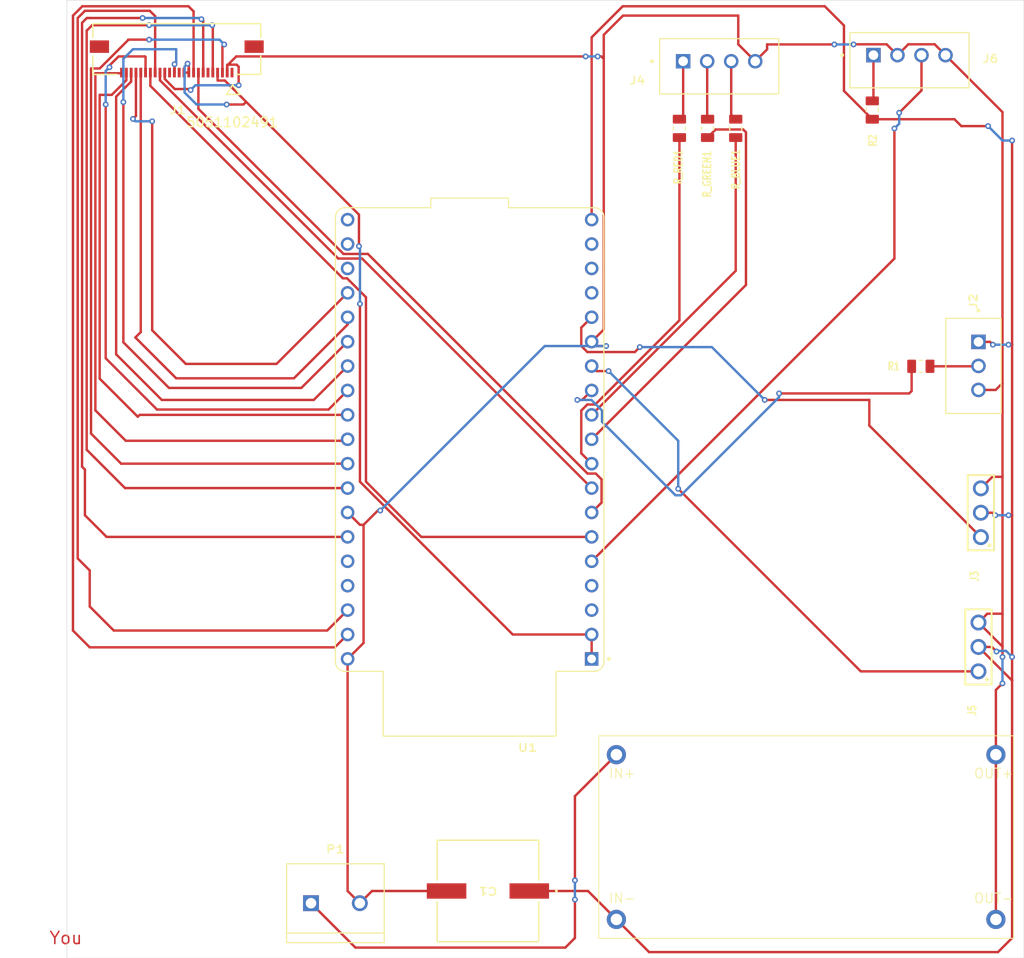
<source format=kicad_pcb>
(kicad_pcb (version 20241229) (generator "pcbnew") (generator_version "9.0")
  (layers (0 "F.Cu" signal) (2 "B.Cu" signal) (13 "F.Paste" user) (15 "B.Paste" user) (5 "F.SilkS" user "F.Silkscreen") (7 "B.SilkS" user "B.Silkscreen") (1 "F.Mask" user) (3 "B.Mask" user) (25 "Edge.Cuts" user))
  (net 0 "")
  (net 1 "+5V")
  (net 2 "GND")
  (net 3 "GPIO21")
  (net 4 "GPIO16")
  (net 6 "+3V3")
  (net 7 "GPIO33")
  (net 8 "GPIO0")
  (net 9 "GPIO15")
  (net 10 "GPIO35")
  (net 11 "GPIO18")
  (net 12 "GPIO23")
  (net 13 "GPIO32")
  (net 16 "GPIO22")
  (net 17 "GPIO4")
  (net 18 "GPIO17")
  (net 20 "GPIO19")
  (net 21 "GPIO2")
  (net 23 "GPIO5")
  (net 25 "Net-(J2-Pad2)")
  (net 26 "ESP32_GPIO_13")
  (net 27 "Net-(J4-Pad3)")
  (net 28 "Net-(J4-Pad2)")
  (net 29 "Net-(J4-Pad1)")
  (net 30 "ESP32_GPIO_12")
  (net 31 "IO34")
  (net 32 "Net-(J6-Pad1)")
  (net 33 "VIN")
  (net 34 "IO14")
  (net 35 "R_BLUE")
  (net 36 "R_GREEN")
  (net 37 "R_RED")
  (footprint "library:LightningResistor" (layer "F.Cu") (at 113 63.5)
    (property "Reference" "R1" (at -2.82 0 0) (layer "F.SilkS") (effects (font (size 0.8 0.64))))
    (property "Value" "470")
    (pad "1" smd roundrect (at -0.955 0) (size 0.92 1.38) (layers "F.Cu" "F.Mask" "F.Paste") (roundrect_rratio 0.125) (net 34 "IO14"))
    (pad "2" smd roundrect (at 0.955 0) (size 0.92 1.38) (layers "F.Cu" "F.Mask" "F.Paste") (roundrect_rratio 0.125) (net 25 "Net-(J2-Pad2)"))
  )
  (footprint "library:IndicatorResistor" (layer "F.Cu") (at 93.735 38.735 90)
    (property "Reference" "R_BLUE1" (at -4.265 0.015 90) (layer "F.SilkS") (effects (font (size 0.8 0.64))))
    (property "Value" "220")
    (pad "1" smd roundrect (at -0.955 0 90) (size 0.92 1.38) (layers "F.Cu" "F.Mask" "F.Paste") (roundrect_rratio 0.125) (net 35 "R_BLUE"))
    (pad "2" smd roundrect (at 0.955 0 90) (size 0.92 1.38) (layers "F.Cu" "F.Mask" "F.Paste") (roundrect_rratio 0.125) (net 27 "Net-(J4-Pad3)"))
  )
  (footprint "library:ServoConnector" (layer "F.Cu") (at 119 92.71 90)
    (property "Reference" "J5" (at -6.6096 -0.6625 90) (layer "F.SilkS") (effects (font (size 0.8 0.64))))
    (property "Value" "J_SERVO2")
    (pad "1" thru_hole circle (at -2.54 0 90) (size 1.65 1.65) (drill 1.1) (layers "*.Cu" "*.Mask") (net 30 "ESP32_GPIO_12"))
    (pad "2" thru_hole circle (at 0 0 90) (size 1.65 1.65) (drill 1.1) (layers "*.Cu" "*.Mask") (net 1 "+5V"))
    (pad "3" thru_hole circle (at 2.54 0 90) (size 1.65 1.65) (drill 1.1) (layers "*.Cu" "*.Mask") (net 2 "GND"))
  )
  (footprint "library:CameraConnector" (layer "F.Cu") (at 35.56 30.48 180)
    (property "Reference" "J1" (at -0.1016 -6.35 0) (layer "F.SilkS") (effects (font (size 0.8 1))))
    (property "Value" "CON_5051102491_MOL")
    (fp_text user "5051102491" (at -5.7658 -7.62 0) (layer "F.SilkS"))
    (pad "1" smd rect (at -5.75 -2.45 180) (size 0.3 1) (layers "F.Cu" "F.Mask" "F.Paste"))
    (pad "2" smd rect (at -5.25 -2.45 180) (size 0.3 1) (layers "F.Cu" "F.Mask" "F.Paste") (net 2 "GND"))
    (pad "3" smd rect (at -4.75 -2.45 180) (size 0.3 1) (layers "F.Cu" "F.Mask" "F.Paste") (net 11 "GPIO18"))
    (pad "4" smd rect (at -4.25 -2.45 180) (size 0.3 1) (layers "F.Cu" "F.Mask" "F.Paste") (net 6 "+3V3"))
    (pad "5" smd rect (at -3.75 -2.45 180) (size 0.3 1) (layers "F.Cu" "F.Mask" "F.Paste") (net 20 "GPIO19"))
    (pad "6" smd rect (at -3.25 -2.45 180) (size 0.3 1) (layers "F.Cu" "F.Mask" "F.Paste"))
    (pad "7" smd rect (at -2.75 -2.45 180) (size 0.3 1) (layers "F.Cu" "F.Mask" "F.Paste") (net 3 "GPIO21"))
    (pad "8" smd rect (at -2.25 -2.45 180) (size 0.3 1) (layers "F.Cu" "F.Mask" "F.Paste") (net 13 "GPIO32"))
    (pad "9" smd rect (at -1.75 -2.45 180) (size 0.3 1) (layers "F.Cu" "F.Mask" "F.Paste") (net 12 "GPIO23"))
    (pad "10" smd rect (at -1.25 -2.45 180) (size 0.3 1) (layers "F.Cu" "F.Mask" "F.Paste") (net 6 "+3V3"))
    (pad "11" smd rect (at -0.75 -2.45 180) (size 0.3 1) (layers "F.Cu" "F.Mask" "F.Paste") (net 6 "+3V3"))
    (pad "12" smd rect (at -0.250003 -2.45 180) (size 0.3 1) (layers "F.Cu" "F.Mask" "F.Paste"))
    (pad "13" smd rect (at 0.25 -2.45 180) (size 0.3 1) (layers "F.Cu" "F.Mask" "F.Paste") (net 8 "GPIO0"))
    (pad "14" smd rect (at 0.75 -2.45 180) (size 0.3 1) (layers "F.Cu" "F.Mask" "F.Paste"))
    (pad "15" smd rect (at 1.25 -2.45 180) (size 0.3 1) (layers "F.Cu" "F.Mask" "F.Paste") (net 2 "GND"))
    (pad "16" smd rect (at 1.75 -2.45 180) (size 0.3 1) (layers "F.Cu" "F.Mask" "F.Paste") (net 7 "GPIO33"))
    (pad "17" smd rect (at 2.25 -2.45 180) (size 0.3 1) (layers "F.Cu" "F.Mask" "F.Paste") (net 16 "GPIO22"))
    (pad "18" smd rect (at 2.75 -2.45 180) (size 0.3 1) (layers "F.Cu" "F.Mask" "F.Paste") (net 10 "GPIO35"))
    (pad "19" smd rect (at 3.25 -2.45 180) (size 0.3 1) (layers "F.Cu" "F.Mask" "F.Paste") (net 4 "GPIO16"))
    (pad "20" smd rect (at 3.75 -2.45 180) (size 0.3 1) (layers "F.Cu" "F.Mask" "F.Paste") (net 21 "GPIO2"))
    (pad "21" smd rect (at 4.25 -2.45 180) (size 0.3 1) (layers "F.Cu" "F.Mask" "F.Paste") (net 9 "GPIO15"))
    (pad "22" smd rect (at 4.75 -2.45 180) (size 0.3 1) (layers "F.Cu" "F.Mask" "F.Paste") (net 17 "GPIO4"))
    (pad "23" smd rect (at 5.25 -2.45 180) (size 0.3 1) (layers "F.Cu" "F.Mask" "F.Paste") (net 18 "GPIO17"))
    (pad "24" smd rect (at 5.75 -2.45 180) (size 0.3 1) (layers "F.Cu" "F.Mask" "F.Paste") (net 23 "GPIO5"))
    (pad "P1" smd rect (at -8.04999 0.25 180) (size 2 1.3) (layers "F.Cu" "F.Mask" "F.Paste"))
    (pad "P2" smd rect (at 8.04999 0.25 180) (size 2 1.3) (layers "F.Cu" "F.Mask" "F.Paste"))
  )
  (footprint "library:1000UFCapacitor" (layer "F.Cu") (at 67.945 118.11 180)
    (property "Reference" "C1" (at 0 0 180) (layer "F.SilkS") (effects (font (size 0.8 1))))
    (property "Value" "1000µF")
    (pad "1" smd rect (at -4.3053 0 180) (size 4.1148 1.6002) (layers "F.Cu" "F.Mask" "F.Paste") (net 1 "+5V"))
    (pad "2" smd rect (at 4.3053 0 180) (size 4.1148 1.6002) (layers "F.Cu" "F.Mask" "F.Paste") (net 2 "GND"))
  )
  (footprint "library:ESP32" (layer "F.Cu") (at 66.04 71.12 180)
    (property "Reference" "U1" (at -6.0325 -32.0675 0) (layer "F.SilkS") (effects (font (size 0.8 1))))
    (property "Value" "ESP32-DEVKITC-32E")
    (pad "J2_1" thru_hole rect (at -12.7 -22.835 180) (size 1.408 1.408) (drill 0.9) (layers "*.Cu" "*.Mask") (net 6 "+3V3"))
    (pad "J2_2" thru_hole circle (at -12.7 -20.295 180) (size 1.408 1.408) (drill 0.9) (layers "*.Cu" "*.Mask") (net 6 "+3V3"))
    (pad "J2_3" thru_hole circle (at -12.7 -17.755 180) (size 1.408 1.408) (drill 0.9) (layers "*.Cu" "*.Mask"))
    (pad "J2_4" thru_hole circle (at -12.7 -15.215 180) (size 1.408 1.408) (drill 0.9) (layers "*.Cu" "*.Mask"))
    (pad "J2_5" thru_hole circle (at -12.7 -12.675 180) (size 1.408 1.408) (drill 0.9) (layers "*.Cu" "*.Mask") (net 31 "IO34"))
    (pad "J2_6" thru_hole circle (at -12.7 -10.135 180) (size 1.408 1.408) (drill 0.9) (layers "*.Cu" "*.Mask") (net 10 "GPIO35"))
    (pad "J2_7" thru_hole circle (at -12.7 -7.595 180) (size 1.408 1.408) (drill 0.9) (layers "*.Cu" "*.Mask") (net 13 "GPIO32"))
    (pad "J2_8" thru_hole circle (at -12.7 -5.055 180) (size 1.408 1.408) (drill 0.9) (layers "*.Cu" "*.Mask") (net 7 "GPIO33"))
    (pad "J2_9" thru_hole circle (at -12.7 -2.515 180) (size 1.408 1.408) (drill 0.9) (layers "*.Cu" "*.Mask") (net 37 "R_RED"))
    (pad "J2_10" thru_hole circle (at -12.7 0.025 180) (size 1.408 1.408) (drill 0.9) (layers "*.Cu" "*.Mask") (net 36 "R_GREEN"))
    (pad "J2_11" thru_hole circle (at -12.7 2.565 180) (size 1.408 1.408) (drill 0.9) (layers "*.Cu" "*.Mask") (net 35 "R_BLUE"))
    (pad "J2_12" thru_hole circle (at -12.7 5.105 180) (size 1.408 1.408) (drill 0.9) (layers "*.Cu" "*.Mask") (net 34 "IO14"))
    (pad "J2_13" thru_hole circle (at -12.7 7.645 180) (size 1.408 1.408) (drill 0.9) (layers "*.Cu" "*.Mask") (net 30 "ESP32_GPIO_12"))
    (pad "J2_14" thru_hole circle (at -12.7 10.185 180) (size 1.408 1.408) (drill 0.9) (layers "*.Cu" "*.Mask") (net 2 "GND"))
    (pad "J2_15" thru_hole circle (at -12.7 12.725 180) (size 1.408 1.408) (drill 0.9) (layers "*.Cu" "*.Mask") (net 26 "ESP32_GPIO_13"))
    (pad "J2_16" thru_hole circle (at -12.7 15.265 180) (size 1.408 1.408) (drill 0.9) (layers "*.Cu" "*.Mask"))
    (pad "J2_17" thru_hole circle (at -12.7 17.805 180) (size 1.408 1.408) (drill 0.9) (layers "*.Cu" "*.Mask"))
    (pad "J2_18" thru_hole circle (at -12.7 20.345 180) (size 1.408 1.408) (drill 0.9) (layers "*.Cu" "*.Mask"))
    (pad "J2_19" thru_hole circle (at -12.7 22.885 180) (size 1.408 1.408) (drill 0.9) (layers "*.Cu" "*.Mask") (net 1 "+5V"))
    (pad "J3_1" thru_hole circle (at 12.7 -22.835 180) (size 1.408 1.408) (drill 0.9) (layers "*.Cu" "*.Mask") (net 2 "GND"))
    (pad "J3_2" thru_hole circle (at 12.7 -20.295 180) (size 1.408 1.408) (drill 0.9) (layers "*.Cu" "*.Mask") (net 12 "GPIO23"))
    (pad "J3_3" thru_hole circle (at 12.7 -17.755 180) (size 1.408 1.408) (drill 0.9) (layers "*.Cu" "*.Mask") (net 16 "GPIO22"))
    (pad "J3_4" thru_hole circle (at 12.7 -15.215 180) (size 1.408 1.408) (drill 0.9) (layers "*.Cu" "*.Mask"))
    (pad "J3_5" thru_hole circle (at 12.7 -12.675 180) (size 1.408 1.408) (drill 0.9) (layers "*.Cu" "*.Mask"))
    (pad "J3_6" thru_hole circle (at 12.7 -10.135 180) (size 1.408 1.408) (drill 0.9) (layers "*.Cu" "*.Mask") (net 3 "GPIO21"))
    (pad "J3_7" thru_hole circle (at 12.7 -7.595 180) (size 1.408 1.408) (drill 0.9) (layers "*.Cu" "*.Mask") (net 2 "GND"))
    (pad "J3_8" thru_hole circle (at 12.7 -5.055 180) (size 1.408 1.408) (drill 0.9) (layers "*.Cu" "*.Mask") (net 20 "GPIO19"))
    (pad "J3_9" thru_hole circle (at 12.7 -2.515 180) (size 1.408 1.408) (drill 0.9) (layers "*.Cu" "*.Mask") (net 11 "GPIO18"))
    (pad "J3_10" thru_hole circle (at 12.7 0.025 180) (size 1.408 1.408) (drill 0.9) (layers "*.Cu" "*.Mask") (net 23 "GPIO5"))
    (pad "J3_11" thru_hole circle (at 12.7 2.565 180) (size 1.408 1.408) (drill 0.9) (layers "*.Cu" "*.Mask") (net 18 "GPIO17"))
    (pad "J3_12" thru_hole circle (at 12.7 5.105 180) (size 1.408 1.408) (drill 0.9) (layers "*.Cu" "*.Mask") (net 4 "GPIO16"))
    (pad "J3_13" thru_hole circle (at 12.7 7.645 180) (size 1.408 1.408) (drill 0.9) (layers "*.Cu" "*.Mask") (net 17 "GPIO4"))
    (pad "J3_14" thru_hole circle (at 12.7 10.185 180) (size 1.408 1.408) (drill 0.9) (layers "*.Cu" "*.Mask") (net 8 "GPIO0"))
    (pad "J3_15" thru_hole circle (at 12.7 12.725 180) (size 1.408 1.408) (drill 0.9) (layers "*.Cu" "*.Mask") (net 21 "GPIO2"))
    (pad "J3_16" thru_hole circle (at 12.7 15.265 180) (size 1.408 1.408) (drill 0.9) (layers "*.Cu" "*.Mask") (net 9 "GPIO15"))
    (pad "J3_17" thru_hole circle (at 12.7 17.805 180) (size 1.408 1.408) (drill 0.9) (layers "*.Cu" "*.Mask"))
    (pad "J3_18" thru_hole circle (at 12.7 20.345 180) (size 1.408 1.408) (drill 0.9) (layers "*.Cu" "*.Mask"))
    (pad "J3_19" thru_hole circle (at 12.7 22.885 180) (size 1.408 1.408) (drill 0.9) (layers "*.Cu" "*.Mask"))
  )
  (footprint "library:IndicatorResistor" (layer "F.Cu") (at 87.875 38.735 90)
    (property "Reference" "R_RED1" (at -4.015 -0.125 90) (layer "F.SilkS") (effects (font (size 0.8 0.64))))
    (property "Value" "220")
    (pad "1" smd roundrect (at -0.955 0 90) (size 0.92 1.38) (layers "F.Cu" "F.Mask" "F.Paste") (roundrect_rratio 0.125) (net 37 "R_RED"))
    (pad "2" smd roundrect (at 0.955 0 90) (size 0.92 1.38) (layers "F.Cu" "F.Mask" "F.Paste") (roundrect_rratio 0.125) (net 29 "Net-(J4-Pad1)"))
  )
  (footprint "library:LightningConnector" (layer "F.Cu") (at 118.475 63.46 90)
    (property "Reference" "J2" (at 6.71 -0.01 90) (layer "F.SilkS") (effects (font (size 0.8 0.944882))))
    (property "Value" "Lightning Connector")
    (pad "1" thru_hole rect (at 2.5 0.525 90) (size 1.508 1.508) (drill 1) (layers "*.Cu" "*.Mask") (net 1 "+5V"))
    (pad "2" thru_hole circle (at 0 0.525 90) (size 1.508 1.508) (drill 1) (layers "*.Cu" "*.Mask") (net 25 "Net-(J2-Pad2)"))
    (pad "3" thru_hole circle (at -2.5 0.525 90) (size 1.508 1.508) (drill 1) (layers "*.Cu" "*.Mask") (net 2 "GND"))
  )
  (footprint "library:ServoConnector" (layer "F.Cu") (at 119.25 78.74 90)
    (property "Reference" "J3" (at -6.6096 -0.6625 90) (layer "F.SilkS") (effects (font (size 0.8 0.64))))
    (property "Value" "J_SERVO1")
    (pad "1" thru_hole circle (at -2.54 0 90) (size 1.65 1.65) (drill 1.1) (layers "*.Cu" "*.Mask") (net 26 "ESP32_GPIO_13"))
    (pad "2" thru_hole circle (at 0 0 90) (size 1.65 1.65) (drill 1.1) (layers "*.Cu" "*.Mask") (net 1 "+5V"))
    (pad "3" thru_hole circle (at 2.54 0 90) (size 1.65 1.65) (drill 1.1) (layers "*.Cu" "*.Mask") (net 2 "GND"))
  )
  (footprint "library:IndicatorResistor" (layer "F.Cu") (at 107.95 36.83 90)
    (property "Reference" "R2" (at -3.17 0.05 90) (layer "F.SilkS") (effects (font (size 0.8 0.64))))
    (property "Value" "220")
    (pad "1" smd roundrect (at -0.955 0 90) (size 0.92 1.38) (layers "F.Cu" "F.Mask" "F.Paste") (roundrect_rratio 0.125) (net 1 "+5V"))
    (pad "2" smd roundrect (at 0.955 0 90) (size 0.92 1.38) (layers "F.Cu" "F.Mask" "F.Paste") (roundrect_rratio 0.125) (net 32 "Net-(J6-Pad1)"))
  )
  (footprint "library:SensorIndicatorConnector" (layer "F.Cu") (at 92.015 32.275 180)
    (property "Reference" "J4" (at 8.515 -1.475 0) (layer "F.SilkS") (effects (font (size 0.8 0.944882))))
    (property "Value" "Indicator Connector")
    (pad "1" thru_hole rect (at 3.75 0.525 180) (size 1.508 1.508) (drill 1) (layers "*.Cu" "*.Mask") (net 29 "Net-(J4-Pad1)"))
    (pad "2" thru_hole circle (at 1.25 0.525 180) (size 1.508 1.508) (drill 1) (layers "*.Cu" "*.Mask") (net 28 "Net-(J4-Pad2)"))
    (pad "3" thru_hole circle (at -1.25 0.525 180) (size 1.508 1.508) (drill 1) (layers "*.Cu" "*.Mask") (net 27 "Net-(J4-Pad3)"))
    (pad "4" thru_hole circle (at -3.75 0.525 180) (size 1.508 1.508) (drill 1) (layers "*.Cu" "*.Mask") (net 2 "GND"))
  )
  (footprint "library:IndicatorResistor" (layer "F.Cu") (at 90.805 38.735 90)
    (property "Reference" "R_GREEN1" (at -4.765 -0.055 90) (layer "F.SilkS") (effects (font (size 0.8 0.64))))
    (property "Value" "220")
    (pad "1" smd roundrect (at -0.955 0 90) (size 0.92 1.38) (layers "F.Cu" "F.Mask" "F.Paste") (roundrect_rratio 0.125) (net 36 "R_GREEN"))
    (pad "2" smd roundrect (at 0.955 0 90) (size 0.92 1.38) (layers "F.Cu" "F.Mask" "F.Paste") (roundrect_rratio 0.125) (net 28 "Net-(J4-Pad2)"))
  )
  (footprint "library:PowerConnector" (layer "F.Cu") (at 52.07 119.38)
    (property "Reference" "P1" (at 0 -5.614945 0) (layer "F.SilkS") (effects (font (size 0.8 1.002039))))
    (property "Value" "282837-2")
    (pad "1" thru_hole rect (at -2.54 0) (size 1.65 1.65) (drill 1.1) (layers "*.Cu" "*.Mask") (net 33 "VIN"))
    (pad "2" thru_hole circle (at 2.54 0) (size 1.65 1.65) (drill 1.1) (layers "*.Cu" "*.Mask") (net 2 "GND"))
  )
  (footprint "library:SensorIndicatorConnector" (layer "F.Cu") (at 111.82 31.64 180)
    (property "Reference" "J6" (at -8.43 0.14 0) (layer "F.SilkS") (effects (font (size 0.8 0.944882))))
    (property "Value" "Sensor Connector")
    (pad "1" thru_hole rect (at 3.75 0.525 180) (size 1.508 1.508) (drill 1) (layers "*.Cu" "*.Mask") (net 32 "Net-(J6-Pad1)"))
    (pad "2" thru_hole circle (at 1.25 0.525 180) (size 1.508 1.508) (drill 1) (layers "*.Cu" "*.Mask") (net 2 "GND"))
    (pad "3" thru_hole circle (at -1.25 0.525 180) (size 1.508 1.508) (drill 1) (layers "*.Cu" "*.Mask") (net 31 "IO34"))
    (pad "4" thru_hole circle (at -3.75 0.525 180) (size 1.508 1.508) (drill 1) (layers "*.Cu" "*.Mask") (net 2 "GND"))
  )
  (footprint "My_Modules:LM2596_Module" (layer "F.Cu") (at 79.475 101.954)
    (property "Reference" "U2" (hide yes))
    (property "Value" "~" (hide yes))
    (fp_text user "IN+" (at 1 4.5 0) (layer "F.SilkS") (effects (font (thickness 0.1)) (justify left bottom)))
    (fp_text user "OUT-" (at 39 17.5 0) (layer "F.SilkS") (effects (font (thickness 0.1)) (justify left bottom)))
    (fp_text user "IN-" (at 1 17.5 0) (layer "F.SilkS") (effects (font (thickness 0.1)) (justify left bottom)))
    (fp_text user "OUT+" (at 39 4.5 0) (layer "F.SilkS") (effects (font (thickness 0.1)) (justify left bottom)))
    (pad "" np_thru_hole circle (at 6.604 2.54) (size 3 3) (drill 3) (layers "*.Cu" "*.Mask"))
    (pad "" np_thru_hole circle (at 36.576 18.542) (size 3 3) (drill 3) (layers "*.Cu" "*.Mask"))
    (pad "1" thru_hole circle (at 1.8415 1.9685) (size 2 2) (drill 1.2) (layers "*.Cu" "*.Mask") (net 33 "VIN"))
    (pad "2" thru_hole circle (at 41.3385 1.9685) (size 2 2) (drill 1.2) (layers "*.Cu" "*.Mask") (net 2 "GND"))
    (pad "3" thru_hole circle (at 1.8415 19.1135) (size 2 2) (drill 1.2) (layers "*.Cu" "*.Mask") (net 1 "+5V"))
    (pad "4" thru_hole circle (at 41.3385 19.1135) (size 2 2) (drill 1.2) (layers "*.Cu" "*.Mask") (net 2 "GND"))
  )
  (gr_rect (start 24.13 25.4) (end 123.73 125.095) (stroke (width 0.05)) (fill no) (layer "Edge.Cuts"))
  (gr_text "You " (at 24.5 123 0) (layer "F.Cu") (effects (font (size 1.27 1.27))))
  (segment (start 122.125 61.25) (end 122.5 61.25) (width 0.25) (layer "F.Cu") (net 1))
  (segment (start 122.5 96.21) (end 122.5 93.75) (width 0.25) (layer "F.Cu") (net 1))
  (segment (start 105 28.026) (end 105 34.835) (width 0.25) (layer "F.Cu") (net 1))
  (segment (start 122.5 123) (end 122.5 96.21) (width 0.25) (layer "F.Cu") (net 1))
  (segment (start 116.5 37.785) (end 107.95 37.785) (width 0.25) (layer "F.Cu") (net 1))
  (segment (start 122.5 96.21) (end 119 92.71) (width 0.25) (layer "F.Cu") (net 1))
  (segment (start 122.5 61.25) (end 122.5 40) (width 0.25) (layer "F.Cu") (net 1))
  (segment (start 78.74 48.235) (end 78.74 29.26) (width 0.25) (layer "F.Cu") (net 1))
  (segment (start 122.5 93.75) (end 122.5 79) (width 0.25) (layer "F.Cu") (net 1))
  (segment (start 119 60.96) (end 120.21 60.96) (width 0.25) (layer "F.Cu") (net 1))
  (segment (start 121.031 124.469) (end 122.5 123) (width 0.25) (layer "F.Cu") (net 1))
  (segment (start 122.5 79) (end 122.5 61.25) (width 0.25) (layer "F.Cu") (net 1))
  (segment (start 119.25 78.74) (end 120.49 78.74) (width 0.25) (layer "F.Cu") (net 1))
  (segment (start 81.3165 121.0675) (end 84.718 124.469) (width 0.25) (layer "F.Cu") (net 1))
  (segment (start 120.400687 92.71) (end 120.875 93.184313) (width 0.25) (layer "F.Cu") (net 1))
  (segment (start 120.49 78.74) (end 120.75 79) (width 0.25) (layer "F.Cu") (net 1))
  (segment (start 78.74 29.26) (end 81.974 26.026) (width 0.25) (layer "F.Cu") (net 1))
  (segment (start 117.215 38.5) (end 116.5 37.785) (width 0.25) (layer "F.Cu") (net 1))
  (segment (start 72.2503 118.11) (end 78.359 118.11) (width 0.25) (layer "F.Cu") (net 1))
  (segment (start 78.359 118.11) (end 81.3165 121.0675) (width 0.25) (layer "F.Cu") (net 1))
  (segment (start 119 92.71) (end 120.400687 92.71) (width 0.25) (layer "F.Cu") (net 1))
  (segment (start 122.125 79) (end 122.5 79) (width 0.25) (layer "F.Cu") (net 1))
  (segment (start 105 34.835) (end 107.95 37.785) (width 0.25) (layer "F.Cu") (net 1))
  (segment (start 81.974 26.026) (end 103 26.026) (width 0.25) (layer "F.Cu") (net 1))
  (segment (start 120.21 60.96) (end 120.5 61.25) (width 0.25) (layer "F.Cu") (net 1))
  (segment (start 103 26.026) (end 105 28.026) (width 0.25) (layer "F.Cu") (net 1))
  (segment (start 84.718 124.469) (end 121.031 124.469) (width 0.25) (layer "F.Cu") (net 1))
  (segment (start 120 38.5) (end 117.215 38.5) (width 0.25) (layer "F.Cu") (net 1))
  (via (at 122.125 79) (size 0.6) (drill 0.3) (layers "F.Cu" "B.Cu") (net 1))
  (via (at 122.5 93.75) (size 0.6) (drill 0.3) (layers "F.Cu" "B.Cu") (net 1))
  (via (at 120.875 93.184313) (size 0.6) (drill 0.3) (layers "F.Cu" "B.Cu") (net 1))
  (via (at 120.75 79) (size 0.6) (drill 0.3) (layers "F.Cu" "B.Cu") (net 1))
  (via (at 120 38.5) (size 0.6) (drill 0.3) (layers "F.Cu" "B.Cu") (net 1))
  (via (at 122.5 40) (size 0.6) (drill 0.3) (layers "F.Cu" "B.Cu") (net 1))
  (via (at 120.5 61.25) (size 0.6) (drill 0.3) (layers "F.Cu" "B.Cu") (net 1))
  (via (at 122.125 61.25) (size 0.6) (drill 0.3) (layers "F.Cu" "B.Cu") (net 1))
  (segment (start 121.5 40) (end 120 38.5) (width 0.25) (layer "B.Cu") (net 1))
  (segment (start 121.874 93.124) (end 122.5 93.75) (width 0.25) (layer "B.Cu") (net 1))
  (segment (start 120.75 79) (end 122.125 79) (width 0.25) (layer "B.Cu") (net 1))
  (segment (start 120.5 61.25) (end 122.125 61.25) (width 0.25) (layer "B.Cu") (net 1))
  (segment (start 120.875 93.184313) (end 120.935313 93.124) (width 0.25) (layer "B.Cu") (net 1))
  (segment (start 122.5 40) (end 121.5 40) (width 0.25) (layer "B.Cu") (net 1))
  (segment (start 120.935313 93.124) (end 121.874 93.124) (width 0.25) (layer "B.Cu") (net 1))
  (segment (start 120.8135 121.0675) (end 120.8135 103.9225) (width 0.25) (layer "F.Cu") (net 2))
  (segment (start 40.81 32.19) (end 41.75 31.25) (width 0.25) (layer "F.Cu") (net 2))
  (segment (start 95.765 31.75) (end 97 30.515) (width 0.25) (layer "F.Cu") (net 2))
  (segment (start 97 30.515) (end 97 30) (width 0.25) (layer "F.Cu") (net 2))
  (segment (start 121.5 37.045) (end 115.57 31.115) (width 0.25) (layer "F.Cu") (net 2))
  (segment (start 80 31.5) (end 80 29) (width 0.25) (layer "F.Cu") (net 2))
  (segment (start 121.5 92.67) (end 121.5 89.25) (width 0.25) (layer "F.Cu") (net 2))
  (segment (start 110.57 31.115) (end 109.44 29.985) (width 0.25) (layer "F.Cu") (net 2))
  (segment (start 119 65.96) (end 120.79 65.96) (width 0.25) (layer "F.Cu") (net 2))
  (segment (start 34.31 33.59419) (end 35.357905 34.642095) (width 0.25) (layer "F.Cu") (net 2))
  (segment (start 106.015 29.985) (end 106 30) (width 0.25) (layer "F.Cu") (net 2))
  (segment (start 119.25 76.2) (end 120.45 75) (width 0.25) (layer "F.Cu") (net 2))
  (segment (start 79.75 31.25) (end 80 31.5) (width 0.25) (layer "F.Cu") (net 2))
  (segment (start 54.625 80) (end 53.34 78.715) (width 0.25) (layer "F.Cu") (net 2))
  (segment (start 41.75 31.25) (end 78.115 31.25) (width 0.25) (layer "F.Cu") (net 2))
  (segment (start 80 29) (end 82 27) (width 0.25) (layer "F.Cu") (net 2))
  (segment (start 53.34 93.955) (end 53.34 118.11) (width 0.25) (layer "F.Cu") (net 2))
  (segment (start 109.44 29.985) (end 106.015 29.985) (width 0.25) (layer "F.Cu") (net 2))
  (segment (start 121.5 65.25) (end 121.5 37.045) (width 0.25) (layer "F.Cu") (net 2))
  (segment (start 79.365 31.25) (end 79.75 31.25) (width 0.25) (layer "F.Cu") (net 2))
  (segment (start 121.5 92.67) (end 119 90.17) (width 0.25) (layer "F.Cu") (net 2))
  (segment (start 78.74 60.935) (end 80 59.675) (width 0.25) (layer "F.Cu") (net 2))
  (segment (start 82 27) (end 94 27) (width 0.25) (layer "F.Cu") (net 2))
  (segment (start 80 59.675) (end 80 31.5) (width 0.25) (layer "F.Cu") (net 2))
  (segment (start 111.7 29.985) (end 114.44 29.985) (width 0.25) (layer "F.Cu") (net 2))
  (segment (start 97 30) (end 104 30) (width 0.25) (layer "F.Cu") (net 2))
  (segment (start 42 34.25) (end 42 32.318) (width 0.25) (layer "F.Cu") (net 2))
  (segment (start 34.31 32.93) (end 34.31 33.59419) (width 0.25) (layers "F.Cu" "F.Mask") (net 2))
  (segment (start 53.34 93.955) (end 55 92.295) (width 0.25) (layer "F.Cu") (net 2))
  (segment (start 121.5 89.25) (end 121.5 75) (width 0.25) (layer "F.Cu") (net 2))
  (segment (start 55 80) (end 56.489153 78.510847) (width 0.25) (layer "F.Cu") (net 2))
  (segment (start 121.5 93.75) (end 121.5 92.67) (width 0.25) (layer "F.Cu") (net 2))
  (segment (start 94 29.985) (end 95.765 31.75) (width 0.25) (layer "F.Cu") (net 2))
  (segment (start 55 80) (end 54.625 80) (width 0.25) (layer "F.Cu") (net 2))
  (segment (start 42 32.318) (end 41.786 32.104) (width 0.25) (layer "F.Cu") (net 2))
  (segment (start 79.195 61.39) (end 78.74 60.935) (width 0.25) (layer "F.Cu") (net 2))
  (segment (start 119.92 89.25) (end 121.5 89.25) (width 0.25) (layer "F.Cu") (net 2))
  (segment (start 114.44 29.985) (end 115.57 31.115) (width 0.25) (layer "F.Cu") (net 2))
  (segment (start 41.786 32.104) (end 40.834 32.104) (width 0.25) (layers "F.Cu" "F.Mask") (net 2))
  (segment (start 55 92.295) (end 55 80) (width 0.25) (layer "F.Cu") (net 2))
  (segment (start 110.57 31.115) (end 111.7 29.985) (width 0.25) (layer "F.Cu") (net 2))
  (segment (start 40.81 32.93) (end 40.81 32.19) (width 0.25) (layers "F.Cu" "F.Mask") (net 2))
  (segment (start 120.8135 103.9225) (end 120.8135 97.1865) (width 0.25) (layer "F.Cu") (net 2))
  (segment (start 119 90.17) (end 119.92 89.25) (width 0.25) (layer "F.Cu") (net 2))
  (segment (start 40.834 32.104) (end 40.81 32.128) (width 0.25) (layers "F.Cu" "F.Mask") (net 2))
  (segment (start 36.892095 34.642095) (end 37 34.75) (width 0.25) (layer "F.Cu") (net 2))
  (segment (start 120.45 75) (end 121.5 75) (width 0.25) (layer "F.Cu") (net 2))
  (segment (start 94 27) (end 94 29.985) (width 0.25) (layer "F.Cu") (net 2))
  (segment (start 54.61 119.38) (end 55.88 118.11) (width 0.25) (layer "F.Cu") (net 2))
  (segment (start 35.357905 34.642095) (end 36.892095 34.642095) (width 0.25) (layer "F.Cu") (net 2))
  (segment (start 55.88 118.11) (end 63.6397 118.11) (width 0.25) (layer "F.Cu") (net 2))
  (segment (start 56.489153 78.510847) (end 56.739153 78.510847) (width 0.25) (layer "F.Cu") (net 2))
  (segment (start 120.79 65.96) (end 121.5 65.25) (width 0.25) (layer "F.Cu") (net 2))
  (segment (start 80.25 61.39) (end 79.195 61.39) (width 0.25) (layer "F.Cu") (net 2))
  (segment (start 40.81 32.128) (end 40.81 32.93) (width 0.25) (layers "F.Cu" "F.Mask") (net 2))
  (segment (start 120.8135 97.1865) (end 121.5 96.5) (width 0.25) (layer "F.Cu") (net 2))
  (segment (start 121.5 75) (end 121.5 65.25) (width 0.25) (layer "F.Cu") (net 2))
  (segment (start 53.34 118.11) (end 54.61 119.38) (width 0.25) (layer "F.Cu") (net 2))
  (via (at 56.739153 78.510847) (size 0.6) (drill 0.3) (layers "F.Cu" "B.Cu") (net 2))
  (via (at 106 30) (size 0.6) (drill 0.3) (layers "F.Cu" "B.Cu") (net 2))
  (via (at 42 34.25) (size 0.6) (drill 0.3) (layers "F.Cu" "B.Cu") (net 2))
  (via (at 78.115 31.25) (size 0.6) (drill 0.3) (layers "F.Cu" "B.Cu") (net 2))
  (via (at 104 30) (size 0.6) (drill 0.3) (layers "F.Cu" "B.Cu") (net 2))
  (via (at 37 34.75) (size 0.6) (drill 0.3) (layers "F.Cu" "B.Cu") (net 2))
  (via (at 79.365 31.25) (size 0.6) (drill 0.3) (layers "F.Cu" "B.Cu") (net 2))
  (via (at 80.25 61.39) (size 0.6) (drill 0.3) (layers "F.Cu" "B.Cu") (net 2))
  (via (at 121.5 96.5) (size 0.6) (drill 0.3) (layers "F.Cu" "B.Cu") (net 2))
  (via (at 121.5 93.75) (size 0.6) (drill 0.3) (layers "F.Cu" "B.Cu") (net 2))
  (segment (start 73.86 61.39) (end 80.25 61.39) (width 0.25) (layer "B.Cu") (net 2))
  (segment (start 106 30) (end 104 30) (width 0.25) (layer "B.Cu") (net 2))
  (segment (start 78.115 31.25) (end 79.365 31.25) (width 0.25) (layer "B.Cu") (net 2))
  (segment (start 121.5 96.5) (end 121.5 93.75) (width 0.25) (layer "B.Cu") (net 2))
  (segment (start 37.5 34.25) (end 42 34.25) (width 0.25) (layer "B.Cu") (net 2))
  (segment (start 37 34.75) (end 37.5 34.25) (width 0.25) (layer "B.Cu") (net 2))
  (segment (start 56.739153 78.510847) (end 73.86 61.39) (width 0.25) (layer "B.Cu") (net 2))
  (segment (start 28.255 81.255) (end 28.25 81.25) (width 0.25) (layer "F.Cu") (net 3))
  (segment (start 25.701 27.75) (end 26.201 27.25) (width 0.25) (layer "F.Cu") (net 3))
  (segment (start 25.701 73.951) (end 25.701 27.75) (width 0.25) (layer "F.Cu") (net 3))
  (segment (start 26.5 27.25) (end 32 27.25) (width 0.25) (layer "F.Cu") (net 3))
  (segment (start 28.25 81.25) (end 26 79) (width 0.25) (layer "F.Cu") (net 3))
  (segment (start 38.31 27.56) (end 38.31 32.93) (width 0.25) (layer "F.Cu") (net 3))
  (segment (start 38.125 27.375) (end 38.31 27.56) (width 0.25) (layer "F.Cu") (net 3))
  (segment (start 26 79) (end 26 74.25) (width 0.25) (layer "F.Cu") (net 3))
  (segment (start 26.201 27.25) (end 26.5 27.25) (width 0.25) (layer "F.Cu") (net 3))
  (segment (start 26 74.25) (end 25.701 73.951) (width 0.25) (layer "F.Cu") (net 3))
  (segment (start 53.34 81.255) (end 28.255 81.255) (width 0.25) (layer "F.Cu") (net 3))
  (via (at 32 27.25) (size 0.6) (drill 0.3) (layers "F.Cu" "B.Cu") (net 3))
  (via (at 38.125 27.375) (size 0.6) (drill 0.3) (layers "F.Cu" "B.Cu") (net 3))
  (segment (start 38 27.25) (end 38.125 27.375) (width 0.25) (layer "B.Cu") (net 3))
  (segment (start 32 27.25) (end 38 27.25) (width 0.25) (layer "B.Cu") (net 3))
  (segment (start 38.25 27.5) (end 38.125 27.375) (width 0.25) (layer "B.Cu") (net 3))
  (segment (start 28.16201 62.66201) (end 28.16201 36.25) (width 0.25) (layer "F.Cu") (net 4))
  (segment (start 53.34 66.015) (end 51.355 68) (width 0.25) (layer "F.Cu") (net 4))
  (segment (start 28.550893 32.199107) (end 29.5 31.25) (width 0.25) (layer "F.Cu") (net 4))
  (segment (start 32.31 31.31) (end 32.31 32.93) (width 0.25) (layer "F.Cu") (net 4))
  (segment (start 51.355 68) (end 33.5 68) (width 0.25) (layer "F.Cu") (net 4))
  (segment (start 33.5 68) (end 28.16201 62.66201) (width 0.25) (layer "F.Cu") (net 4))
  (segment (start 28.550893 32.375) (end 28.550893 32.199107) (width 0.25) (layer "F.Cu") (net 4))
  (segment (start 32.25 31.25) (end 32.31 31.31) (width 0.25) (layer "F.Cu") (net 4))
  (segment (start 29.5 31.25) (end 32.25 31.25) (width 0.25) (layer "F.Cu") (net 4))
  (via (at 28.550893 32.375) (size 0.6) (drill 0.3) (layers "F.Cu" "B.Cu") (net 4))
  (via (at 28.16201 36.25) (size 0.6) (drill 0.3) (layers "F.Cu" "B.Cu") (net 4))
  (segment (start 28.16201 36.25) (end 28.16201 32.763883) (width 0.25) (layer "B.Cu") (net 4))
  (segment (start 28.16201 32.763883) (end 28.550893 32.375) (width 0.25) (layer "B.Cu") (net 4))
  (segment (start 36.81 32.125) (end 36.685 32) (width 0.25) (layer "F.Cu") (net 6))
  (segment (start 39.834 33.756) (end 39.81 33.732) (width 0.25) (layer "F.Cu") (net 6))
  (segment (start 54.521973 47.716333) (end 42.77782 35.97218) (width 0.25) (layer "F.Cu") (net 6))
  (segment (start 42.5 36.25) (end 42.77782 35.97218) (width 0.25) (layer "F.Cu") (net 6))
  (segment (start 39.81 33.732) (end 39.81 32.93) (width 0.25) (layer "F.Cu") (net 6))
  (segment (start 54.521973 51.004262) (end 54.521973 47.716333) (width 0.25) (layer "F.Cu") (net 6))
  (segment (start 36.31 32.93) (end 36.81 32.93) (width 0.25) (layers "F.Cu" "F.Mask") (net 6))
  (segment (start 70.52719 91.415) (end 54.625 75.51281) (width 0.25) (layer "F.Cu") (net 6))
  (segment (start 78.74 91.415) (end 70.52719 91.415) (width 0.25) (layer "F.Cu") (net 6))
  (segment (start 54.625 75.51281) (end 54.625 57) (width 0.25) (layer "F.Cu") (net 6))
  (segment (start 40.75 36.25) (end 42.5 36.25) (width 0.25) (layer "F.Cu") (net 6))
  (segment (start 36.81 32.93) (end 36.81 32.125) (width 0.25) (layers "F.Cu" "F.Mask") (net 6))
  (segment (start 42.77782 35.97218) (end 40.56164 33.756) (width 0.25) (layer "F.Cu") (net 6))
  (segment (start 78.74 91.415) (end 78.74 93.955) (width 0.25) (layer "F.Cu") (net 6))
  (segment (start 40.56164 33.756) (end 39.834 33.756) (width 0.25) (layer "F.Cu") (net 6))
  (via (at 54.521973 51.004262) (size 0.6) (drill 0.3) (layers "F.Cu" "B.Cu") (net 6))
  (via (at 54.625 57) (size 0.6) (drill 0.3) (layers "F.Cu" "B.Cu") (net 6))
  (via (at 40.75 36.25) (size 0.6) (drill 0.3) (layers "F.Cu" "B.Cu") (net 6))
  (via (at 36.685 32) (size 0.6) (drill 0.3) (layers "F.Cu" "B.Cu") (net 6))
  (segment (start 37.614702 36.25) (end 40.75 36.25) (width 0.25) (layer "B.Cu") (net 6))
  (segment (start 54.625 51.107289) (end 54.521973 51.004262) (width 0.25) (layer "B.Cu") (net 6))
  (segment (start 36.374 35.009298) (end 37.614702 36.25) (width 0.25) (layer "B.Cu") (net 6))
  (segment (start 54.625 57) (end 54.625 51.107289) (width 0.25) (layer "B.Cu") (net 6))
  (segment (start 36.685 32) (end 36.374 32.311) (width 0.25) (layer "B.Cu") (net 6))
  (segment (start 36.374 32.311) (end 36.374 35.009298) (width 0.25) (layer "B.Cu") (net 6))
  (segment (start 54.85 52.285) (end 78.74 76.175) (width 0.25) (layer "F.Cu") (net 7))
  (segment (start 52.363 52.285) (end 54.85 52.285) (width 0.25) (layer "F.Cu") (net 7))
  (segment (start 33.81 32.93) (end 33.81 33.732) (width 0.25) (layer "F.Cu") (net 7))
  (segment (start 33.81 33.732) (end 52.363 52.285) (width 0.25) (layer "F.Cu") (net 7))
  (segment (start 53.34 60.935) (end 48.525 65.75) (width 0.25) (layer "F.Cu") (net 8))
  (segment (start 30 61) (end 30 60.5) (width 0.25) (layer "F.Cu") (net 8))
  (segment (start 35.327816 32.056297) (end 35.327816 32.912184) (width 0.25) (layers "F.Cu" "F.Mask") (net 8))
  (segment (start 34.75 65.75) (end 30 61) (width 0.25) (layer "F.Cu") (net 8))
  (segment (start 35.327816 32.912184) (end 35.31 32.93) (width 0.25) (layers "F.Cu" "F.Mask") (net 8))
  (segment (start 48.525 65.75) (end 34.75 65.75) (width 0.25) (layer "F.Cu") (net 8))
  (segment (start 30 60.5) (end 30 36) (width 0.25) (layer "F.Cu") (net 8))
  (via (at 35.327816 32.056297) (size 0.6) (drill 0.3) (layers "F.Cu" "B.Cu") (net 8))
  (via (at 30 36) (size 0.6) (drill 0.3) (layers "F.Cu" "B.Cu") (net 8))
  (segment (start 35.5 31.884113) (end 35.327816 32.056297) (width 0.25) (layer "B.Cu") (net 8))
  (segment (start 30 36) (end 30 31.5) (width 0.25) (layer "B.Cu") (net 8))
  (segment (start 34.5 30.5) (end 35.5 30.5) (width 0.25) (layer "B.Cu") (net 8))
  (segment (start 35.5 30.5) (end 35.5 31.884113) (width 0.25) (layer "B.Cu") (net 8))
  (segment (start 31 30.5) (end 34.5 30.5) (width 0.25) (layer "B.Cu") (net 8))
  (segment (start 30 31.5) (end 31 30.5) (width 0.25) (layer "B.Cu") (net 8))
  (segment (start 36.5 63.25) (end 36.25 63) (width 0.25) (layer "F.Cu") (net 9))
  (segment (start 33 59.75) (end 33 38) (width 0.25) (layer "F.Cu") (net 9))
  (segment (start 31 37.75) (end 31.31 37.44) (width 0.25) (layer "F.Cu") (net 9))
  (segment (start 45.945 63.25) (end 45.75 63.25) (width 0.25) (layer "F.Cu") (net 9))
  (segment (start 53.34 55.855) (end 45.945 63.25) (width 0.25) (layer "F.Cu") (net 9))
  (segment (start 31.31 37.44) (end 31.31 32.93) (width 0.25) (layer "F.Cu") (net 9))
  (segment (start 45.75 63.25) (end 36.5 63.25) (width 0.25) (layer "F.Cu") (net 9))
  (segment (start 36.25 63) (end 33 59.75) (width 0.25) (layer "F.Cu") (net 9))
  (via (at 31 37.75) (size 0.6) (drill 0.3) (layers "F.Cu" "B.Cu") (net 9))
  (via (at 33 38) (size 0.6) (drill 0.3) (layers "F.Cu" "B.Cu") (net 9))
  (segment (start 33 38) (end 31.25 38) (width 0.25) (layer "B.Cu") (net 9))
  (segment (start 31.25 38) (end 31 37.75) (width 0.25) (layer "B.Cu") (net 9))
  (segment (start 78.74 81.255) (end 61.005 81.255) (width 0.25) (layer "F.Cu") (net 10))
  (segment (start 55.25 75.5) (end 55.25 56.30836) (width 0.25) (layer "F.Cu") (net 10))
  (segment (start 55.25 56.30836) (end 53.28664 54.345) (width 0.25) (layer "F.Cu") (net 10))
  (segment (start 53.28664 54.345) (end 52.845 54.345) (width 0.25) (layer "F.Cu") (net 10))
  (segment (start 52.845 54.345) (end 32.81 34.31) (width 0.25) (layer "F.Cu") (net 10))
  (segment (start 32.81 34.31) (end 32.81 32.93) (width 0.25) (layer "F.Cu") (net 10))
  (segment (start 61.005 81.255) (end 55.25 75.5) (width 0.25) (layer "F.Cu") (net 10))
  (segment (start 26.63501 32.5) (end 27.54201 32.5) (width 0.25) (layer "F.Cu") (net 11))
  (segment (start 53.34 73.635) (end 29.77001 73.635) (width 0.25) (layer "F.Cu") (net 11))
  (segment (start 40.5 30) (end 40.31 30.19) (width 0.25) (layer "F.Cu") (net 11))
  (segment (start 27.54201 32.5) (end 30.5 29.54201) (width 0.25) (layer "F.Cu") (net 11))
  (segment (start 29.77001 73.635) (end 26.63501 70.5) (width 0.25) (layer "F.Cu") (net 11))
  (segment (start 26.63501 70.5) (end 26.63501 32.5) (width 0.25) (layer "F.Cu") (net 11))
  (segment (start 30.5 29.54201) (end 30.5 29.5) (width 0.25) (layer "F.Cu") (net 11))
  (segment (start 30.5 29.5) (end 32.685 29.5) (width 0.25) (layer "F.Cu") (net 11))
  (segment (start 40.31 30.19) (end 40.31 32.93) (width 0.25) (layer "F.Cu") (net 11))
  (via (at 40.5 30) (size 0.6) (drill 0.3) (layers "F.Cu" "B.Cu") (net 11))
  (via (at 32.685 29.5) (size 0.6) (drill 0.3) (layers "F.Cu" "B.Cu") (net 11))
  (segment (start 40 29.5) (end 40.5 30) (width 0.25) (layer "B.Cu") (net 11))
  (segment (start 32.685 29.5) (end 40 29.5) (width 0.25) (layer "B.Cu") (net 11))
  (segment (start 24.756 91.006) (end 24.756 27) (width 0.25) (layer "F.Cu") (net 12))
  (segment (start 24.756 27) (end 25.73 26.026) (width 0.25) (layer "F.Cu") (net 12))
  (segment (start 26.5 92.75) (end 24.756 91.006) (width 0.25) (layer "F.Cu") (net 12))
  (segment (start 25.73 26.026) (end 36.776 26.026) (width 0.25) (layer "F.Cu") (net 12))
  (segment (start 53.34 91.415) (end 52.005 92.75) (width 0.25) (layer "F.Cu") (net 12))
  (segment (start 52.005 92.75) (end 26.5 92.75) (width 0.25) (layer "F.Cu") (net 12))
  (segment (start 36.776 26.026) (end 37.31 26.56) (width 0.25) (layer "F.Cu") (net 12))
  (segment (start 37.31 26.56) (end 37.31 32.93) (width 0.25) (layer "F.Cu") (net 12))
  (segment (start 78.31336 74.665) (end 55.45336 51.805) (width 0.25) (layer "F.Cu") (net 13))
  (segment (start 78.74 78.715) (end 79.77 77.685) (width 0.25) (layer "F.Cu") (net 13))
  (segment (start 79.77 75.26836) (end 79.16664 74.665) (width 0.25) (layer "F.Cu") (net 13))
  (segment (start 37.81 36.70164) (end 37.81 32.93) (width 0.25) (layer "F.Cu") (net 13))
  (segment (start 79.16664 74.665) (end 78.31336 74.665) (width 0.25) (layer "F.Cu") (net 13))
  (segment (start 52.91336 51.805) (end 37.81 36.70164) (width 0.25) (layer "F.Cu") (net 13))
  (segment (start 55.45336 51.805) (end 52.91336 51.805) (width 0.25) (layer "F.Cu") (net 13))
  (segment (start 79.77 77.685) (end 79.77 75.26836) (width 0.25) (layer "F.Cu") (net 13))
  (segment (start 51.215 91) (end 29 91) (width 0.25) (layer "F.Cu") (net 16))
  (segment (start 26 26.5) (end 32.75 26.5) (width 0.25) (layer "F.Cu") (net 16))
  (segment (start 26.5 88.5) (end 26.5 84.75) (width 0.25) (layer "F.Cu") (net 16))
  (segment (start 33.31 27.06) (end 33.31 32.93) (width 0.25) (layer "F.Cu") (net 16))
  (segment (start 53.34 88.875) (end 51.215 91) (width 0.25) (layer "F.Cu") (net 16))
  (segment (start 32.75 26.5) (end 33.31 27.06) (width 0.25) (layer "F.Cu") (net 16))
  (segment (start 25.25 83.5) (end 25.25 27.25) (width 0.25) (layer "F.Cu") (net 16))
  (segment (start 29 91) (end 26.5 88.5) (width 0.25) (layer "F.Cu") (net 16))
  (segment (start 26.5 84.75) (end 25.25 83.5) (width 0.25) (layer "F.Cu") (net 16))
  (segment (start 25.25 27.25) (end 26 26.5) (width 0.25) (layer "F.Cu") (net 16))
  (segment (start 29.25 35.42981) (end 29.25 62.25) (width 0.25) (layer "F.Cu") (net 17))
  (segment (start 29.25 62.25) (end 34 67) (width 0.25) (layer "F.Cu") (net 17))
  (segment (start 30.81 33.86981) (end 29.25 35.42981) (width 0.25) (layer "F.Cu") (net 17))
  (segment (start 34 67) (end 49.815 67) (width 0.25) (layer "F.Cu") (net 17))
  (segment (start 30.81 32.93) (end 30.81 33.86981) (width 0.25) (layer "F.Cu") (net 17))
  (segment (start 49.815 67) (end 53.34 63.475) (width 0.25) (layer "F.Cu") (net 17))
  (segment (start 27.53701 35.25) (end 28.792 35.25) (width 0.25) (layer "F.Cu") (net 18))
  (segment (start 31.695 68.555) (end 31.5 68.75) (width 0.25) (layer "F.Cu") (net 18))
  (segment (start 31.5 68.75) (end 27.53701 64.78701) (width 0.25) (layer "F.Cu") (net 18))
  (segment (start 27.53701 64.78701) (end 27.53701 35.25) (width 0.25) (layer "F.Cu") (net 18))
  (segment (start 30.31 33.732) (end 30.31 32.93) (width 0.25) (layer "F.Cu") (net 18))
  (segment (start 53.34 68.555) (end 31.695 68.555) (width 0.25) (layer "F.Cu") (net 18))
  (segment (start 28.792 35.25) (end 30.31 33.732) (width 0.25) (layer "F.Cu") (net 18))
  (segment (start 26.75 28) (end 28 28) (width 0.25) (layer "F.Cu") (net 20))
  (segment (start 39.31 28.06) (end 39.31 32.93) (width 0.25) (layer "F.Cu") (net 20))
  (segment (start 26.18401 28.56599) (end 26.25 28.5) (width 0.25) (layer "F.Cu") (net 20))
  (segment (start 53.34 76.175) (end 30.175 76.175) (width 0.25) (layer "F.Cu") (net 20))
  (segment (start 26.25 28.5) (end 26.75 28) (width 0.25) (layer "F.Cu") (net 20))
  (segment (start 39.25 28) (end 39.31 28.06) (width 0.25) (layer "F.Cu") (net 20))
  (segment (start 26.18401 72.18401) (end 26.18401 28.56599) (width 0.25) (layer "F.Cu") (net 20))
  (segment (start 28 28) (end 32.685 28) (width 0.25) (layer "F.Cu") (net 20))
  (segment (start 30.175 76.175) (end 27 73) (width 0.25) (layer "F.Cu") (net 20))
  (segment (start 27 73) (end 26.18401 72.18401) (width 0.25) (layer "F.Cu") (net 20))
  (via (at 39.25 28) (size 0.6) (drill 0.3) (layers "F.Cu" "B.Cu") (net 20))
  (via (at 32.685 28) (size 0.6) (drill 0.3) (layers "F.Cu" "B.Cu") (net 20))
  (segment (start 32.685 28) (end 39.25 28) (width 0.25) (layer "B.Cu") (net 20))
  (segment (start 53.34 59.16) (end 47.75 64.75) (width 0.25) (layer "F.Cu") (net 21))
  (segment (start 35.5 64.75) (end 31.25 60.5) (width 0.25) (layer "F.Cu") (net 21))
  (segment (start 31.81 59.94) (end 31.81 32.93) (width 0.25) (layer "F.Cu") (net 21))
  (segment (start 53.34 58.395) (end 53.34 59.16) (width 0.25) (layer "F.Cu") (net 21))
  (segment (start 47.75 64.75) (end 35.5 64.75) (width 0.25) (layer "F.Cu") (net 21))
  (segment (start 31.25 60.5) (end 31.81 59.94) (width 0.25) (layer "F.Cu") (net 21))
  (segment (start 53.34 71.16) (end 53.25 71.25) (width 0.25) (layer "F.Cu") (net 23))
  (segment (start 53.34 71.095) (end 53.34 71.16) (width 0.25) (layer "F.Cu") (net 23))
  (segment (start 30.25 71.25) (end 27.08601 68.08601) (width 0.25) (layer "F.Cu") (net 23))
  (segment (start 53.25 71.25) (end 30.25 71.25) (width 0.25) (layer "F.Cu") (net 23))
  (segment (start 27.08601 33) (end 29.74 33) (width 0.25) (layer "F.Cu") (net 23))
  (segment (start 27.08601 68.08601) (end 27.08601 33) (width 0.25) (layer "F.Cu") (net 23))
  (segment (start 29.74 33) (end 29.81 32.93) (width 0.25) (layers "F.Cu" "F.Mask") (net 23))
  (segment (start 113.995 63.46) (end 113.955 63.46) (width 0.25) (layer "F.Cu") (net 25))
  (segment (start 113.955 63.5) (end 118.96 63.5) (width 0.25) (layer "F.Cu") (net 25))
  (segment (start 118.96 63.5) (end 119 63.46) (width 0.25) (layer "F.Cu") (net 25))
  (segment (start 113.955 63.46) (end 113.955 63.5) (width 0.25) (layer "F.Cu") (net 25))
  (segment (start 107.64 67) (end 107.64 69.67) (width 0.25) (layer "F.Cu") (net 26))
  (segment (start 96.75 67) (end 107.64 67) (width 0.25) (layer "F.Cu") (net 26))
  (segment (start 83.235 62.015) (end 83.75 61.5) (width 0.25) (layer "F.Cu") (net 26))
  (segment (start 107.64 69.67) (end 119.25 81.28) (width 0.25) (layer "F.Cu") (net 26))
  (segment (start 77.66 61.382351) (end 78.292649 62.015) (width 0.25) (layer "F.Cu") (net 26))
  (segment (start 78.292649 62.015) (end 83.235 62.015) (width 0.25) (layer "F.Cu") (net 26))
  (segment (start 78.74 58.395) (end 77.66 59.475) (width 0.25) (layer "F.Cu") (net 26))
  (segment (start 77.66 59.475) (end 77.66 61.382351) (width 0.25) (layer "F.Cu") (net 26))
  (via (at 96.75 67) (size 0.6) (drill 0.3) (layers "F.Cu" "B.Cu") (net 26))
  (via (at 83.75 61.5) (size 0.6) (drill 0.3) (layers "F.Cu" "B.Cu") (net 26))
  (segment (start 83.75 61.5) (end 91.25 61.5) (width 0.25) (layer "B.Cu") (net 26))
  (segment (start 91.25 61.5) (end 96.75 67) (width 0.25) (layer "B.Cu") (net 26))
  (segment (start 93.265 37.31) (end 93.735 37.78) (width 0.25) (layer "F.Cu") (net 27))
  (segment (start 93.265 31.75) (end 93.265 37.31) (width 0.25) (layer "F.Cu") (net 27))
  (segment (start 90.765 31.75) (end 90.765 37.74) (width 0.25) (layer "F.Cu") (net 28))
  (segment (start 90.765 37.74) (end 90.805 37.78) (width 0.25) (layer "F.Cu") (net 28))
  (segment (start 88.265 37.39) (end 87.875 37.78) (width 0.25) (layer "F.Cu") (net 29))
  (segment (start 88.265 31.75) (end 88.265 37.39) (width 0.25) (layer "F.Cu") (net 29))
  (segment (start 79.265 64) (end 78.74 63.475) (width 0.25) (layer "F.Cu") (net 30))
  (segment (start 80.5 64) (end 79.265 64) (width 0.25) (layer "F.Cu") (net 30))
  (segment (start 106.75 95.25) (end 119 95.25) (width 0.25) (layer "F.Cu") (net 30))
  (segment (start 106.75 95.25) (end 87.75 76.25) (width 0.25) (layer "F.Cu") (net 30))
  (via (at 80.5 64) (size 0.6) (drill 0.3) (layers "F.Cu" "B.Cu") (net 30))
  (via (at 87.75 76.25) (size 0.6) (drill 0.3) (layers "F.Cu" "B.Cu") (net 30))
  (segment (start 87.75 71.25) (end 80.5 64) (width 0.25) (layer "B.Cu") (net 30))
  (segment (start 87.75 76.25) (end 87.75 71.25) (width 0.25) (layer "B.Cu") (net 30))
  (segment (start 113.07 34.79) (end 110.75 37.11) (width 0.25) (layer "F.Cu") (net 31))
  (segment (start 113.07 31.115) (end 113.07 34.79) (width 0.25) (layer "F.Cu") (net 31))
  (segment (start 110.25 38.75) (end 110.25 52.285) (width 0.25) (layer "F.Cu") (net 31))
  (segment (start 110.25 52.285) (end 78.74 83.795) (width 0.25) (layer "F.Cu") (net 31))
  (via (at 110.75 37.11) (size 0.6) (drill 0.3) (layers "F.Cu" "B.Cu") (net 31))
  (via (at 110.25 38.75) (size 0.6) (drill 0.3) (layers "F.Cu" "B.Cu") (net 31))
  (segment (start 110.75 38.25) (end 110.25 38.75) (width 0.25) (layer "B.Cu") (net 31))
  (segment (start 110.75 37.11) (end 110.75 38.25) (width 0.25) (layer "B.Cu") (net 31))
  (segment (start 108.07 31.115) (end 108.07 35.755) (width 0.25) (layer "F.Cu") (net 32))
  (segment (start 108.07 35.755) (end 107.95 35.875) (width 0.25) (layer "F.Cu") (net 32))
  (segment (start 76 124) (end 77 123) (width 0.25) (layer "F.Cu") (net 33))
  (segment (start 49.53 119.38) (end 54.15 124) (width 0.25) (layer "F.Cu") (net 33))
  (segment (start 77 108.239) (end 81.3165 103.9225) (width 0.25) (layer "F.Cu") (net 33))
  (segment (start 77 123) (end 77 119) (width 0.25) (layer "F.Cu") (net 33))
  (segment (start 54.15 124) (end 76 124) (width 0.25) (layer "F.Cu") (net 33))
  (segment (start 77 117) (end 77 108.239) (width 0.25) (layer "F.Cu") (net 33))
  (via (at 77 117) (size 0.6) (drill 0.3) (layers "F.Cu" "B.Cu") (net 33))
  (via (at 77 119) (size 0.6) (drill 0.3) (layers "F.Cu" "B.Cu") (net 33))
  (segment (start 77 119) (end 77 117) (width 0.25) (layer "B.Cu") (net 33))
  (segment (start 77.755 67) (end 78.74 66.015) (width 0.25) (layer "F.Cu") (net 34))
  (segment (start 111.79 66.325) (end 112.045 66.07) (width 0.25) (layer "F.Cu") (net 34))
  (segment (start 111.79 66.325) (end 98.25 66.325) (width 0.25) (layer "F.Cu") (net 34))
  (segment (start 112.045 66.07) (end 112.045 63.5) (width 0.25) (layer "F.Cu") (net 34))
  (segment (start 77.25 67) (end 77.755 67) (width 0.25) (layer "F.Cu") (net 34))
  (via (at 77.25 67) (size 0.6) (drill 0.3) (layers "F.Cu" "B.Cu") (net 34))
  (via (at 98.25 66.325) (size 0.6) (drill 0.3) (layers "F.Cu" "B.Cu") (net 34))
  (segment (start 79.82 69.276009) (end 79.82 68.107649) (width 0.25) (layer "B.Cu") (net 34))
  (segment (start 88.030009 76.926) (end 87.469991 76.926) (width 0.25) (layer "B.Cu") (net 34))
  (segment (start 98.25 66.706009) (end 88.030009 76.926) (width 0.25) (layer "B.Cu") (net 34))
  (segment (start 79.82 68.107649) (end 78.712351 67) (width 0.25) (layer "B.Cu") (net 34))
  (segment (start 98.25 66.325) (end 98.25 66.706009) (width 0.25) (layer "B.Cu") (net 34))
  (segment (start 87.469991 76.926) (end 79.82 69.276009) (width 0.25) (layer "B.Cu") (net 34))
  (segment (start 78.712351 67) (end 77.25 67) (width 0.25) (layer "B.Cu") (net 34))
  (segment (start 93.735 39.69) (end 93.735 53.56) (width 0.25) (layer "F.Cu") (net 35))
  (segment (start 93.735 53.56) (end 78.74 68.555) (width 0.25) (layer "F.Cu") (net 35))
  (segment (start 94.516564 38.854) (end 94.801 39.138436) (width 0.25) (layer "F.Cu") (net 36))
  (segment (start 94.801 55.034) (end 78.74 71.095) (width 0.25) (layer "F.Cu") (net 36))
  (segment (start 94.801 39.138436) (end 94.801 55.034) (width 0.25) (layer "F.Cu") (net 36))
  (segment (start 90.805 39.69) (end 91.641 38.854) (width 0.25) (layer "F.Cu") (net 36))
  (segment (start 91.641 38.854) (end 94.516564 38.854) (width 0.25) (layer "F.Cu") (net 36))
  (segment (start 79.11148 67.475) (end 78.292649 67.475) (width 0.25) (layer "F.Cu") (net 37))
  (segment (start 87.875 39.69) (end 87.875 58.71148) (width 0.25) (layer "F.Cu") (net 37))
  (segment (start 77.66 72.555) (end 78.74 73.635) (width 0.25) (layer "F.Cu") (net 37))
  (segment (start 87.875 58.71148) (end 79.11148 67.475) (width 0.25) (layer "F.Cu") (net 37))
  (segment (start 78.292649 67.475) (end 77.66 68.107649) (width 0.25) (layer "F.Cu") (net 37))
  (segment (start 77.66 68.107649) (end 77.66 72.555) (width 0.25) (layer "F.Cu") (net 37))
)
</source>
